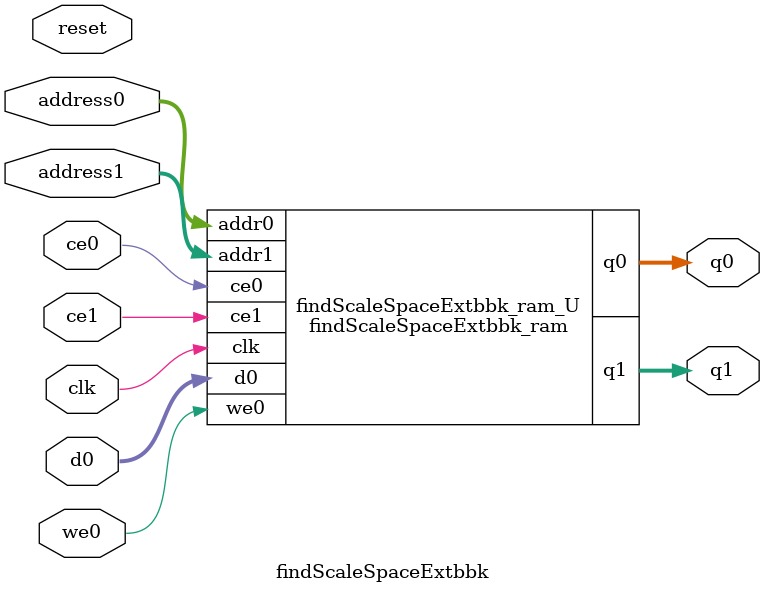
<source format=v>

`timescale 1 ns / 1 ps
module findScaleSpaceExtbbk_ram (addr0, ce0, d0, we0, q0, addr1, ce1, q1,  clk);

parameter DWIDTH = 32;
parameter AWIDTH = 6;
parameter MEM_SIZE = 36;

input[AWIDTH-1:0] addr0;
input ce0;
input[DWIDTH-1:0] d0;
input we0;
output reg[DWIDTH-1:0] q0;
input[AWIDTH-1:0] addr1;
input ce1;
output reg[DWIDTH-1:0] q1;
input clk;

(* ram_style = "block" *)reg [DWIDTH-1:0] ram[0:MEM_SIZE-1];




always @(posedge clk)  
begin 
    if (ce0) 
    begin
        if (we0) 
        begin 
            ram[addr0] <= d0; 
            q0 <= d0;
        end 
        else 
            q0 <= ram[addr0];
    end
end


always @(posedge clk)  
begin 
    if (ce1) 
    begin
            q1 <= ram[addr1];
    end
end


endmodule


`timescale 1 ns / 1 ps
module findScaleSpaceExtbbk(
    reset,
    clk,
    address0,
    ce0,
    we0,
    d0,
    q0,
    address1,
    ce1,
    q1);

parameter DataWidth = 32'd32;
parameter AddressRange = 32'd36;
parameter AddressWidth = 32'd6;
input reset;
input clk;
input[AddressWidth - 1:0] address0;
input ce0;
input we0;
input[DataWidth - 1:0] d0;
output[DataWidth - 1:0] q0;
input[AddressWidth - 1:0] address1;
input ce1;
output[DataWidth - 1:0] q1;



findScaleSpaceExtbbk_ram findScaleSpaceExtbbk_ram_U(
    .clk( clk ),
    .addr0( address0 ),
    .ce0( ce0 ),
    .we0( we0 ),
    .d0( d0 ),
    .q0( q0 ),
    .addr1( address1 ),
    .ce1( ce1 ),
    .q1( q1 ));

endmodule


</source>
